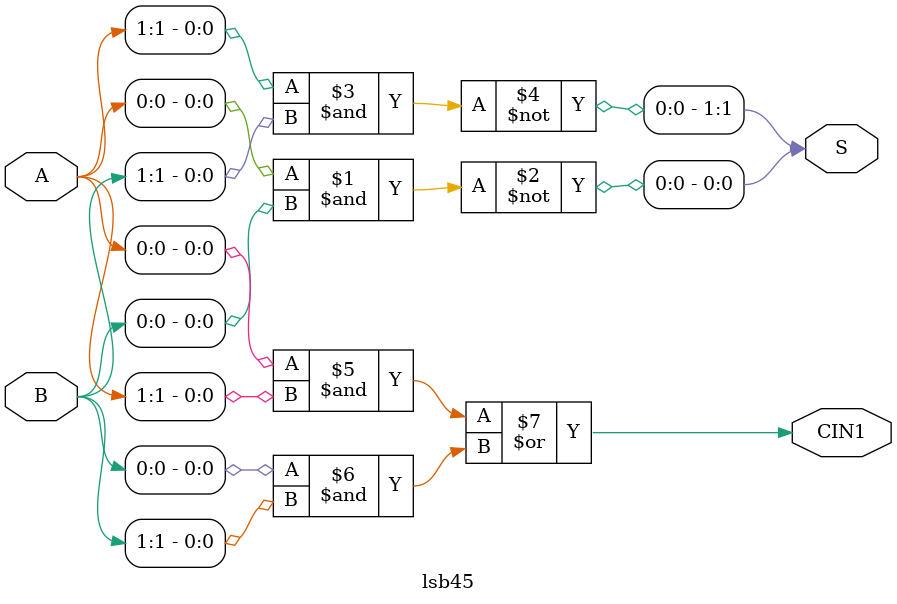
<source format=v>
`timescale 1ns / 1ps

module lsb45(

    input [1:0]A,
    input [1:0]B,
    output [1:0]S,
    output  CIN1
    );
    
 
  assign S[0] = ~(A[0]&B[0]);
  assign S[1] = ~(A[1]&B[1]);
  assign CIN1 = ((A[0]&A[1])|(B[0]&B[1]));

endmodule


</source>
